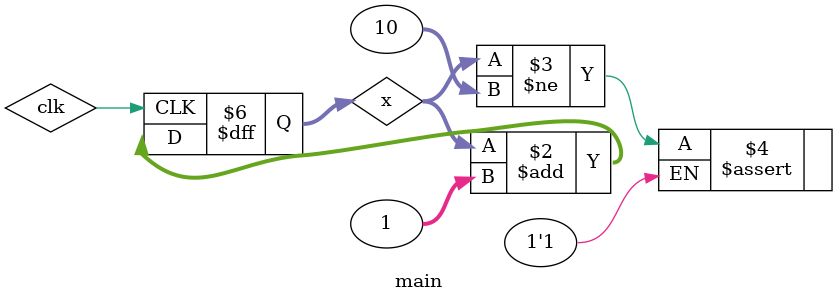
<source format=sv>
module main();

  reg [31:0] x;
  wire clk;
  
  initial x=1;
  
  always @(posedge clk) x<=x+1;

  assert property (x!=10);

  //assert property (@(posedge clk) x!=10);

endmodule

</source>
